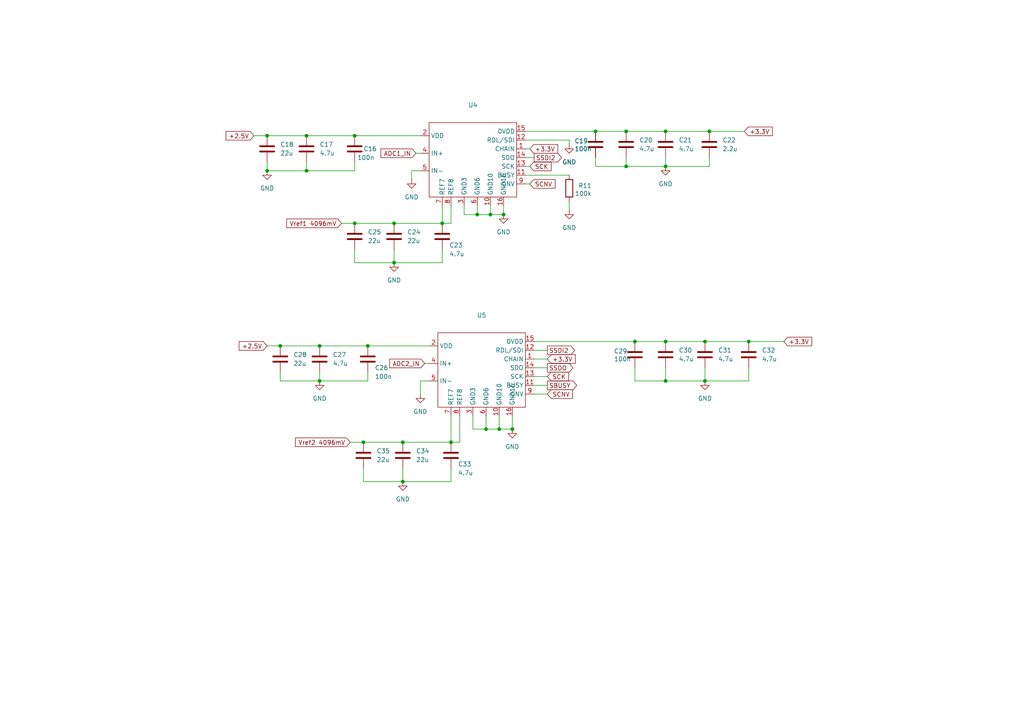
<source format=kicad_sch>
(kicad_sch (version 20250114) (generator "eeschema") (generator_version "9.0")
  (paper "A4")
  (lib_symbols
    (symbol "Device:C" (pin_numbers (hide yes)) (pin_names (offset 0.254))
      (property "Reference" "C" (at 0.635 2.54 0))
      (property "Value" "C" (at 0.635 -2.54 0))
      (symbol "C_0_1"
        (polyline (pts (xy -2.032 0.762) (xy 2.032 0.762)) (stroke (width 0.508)))
        (polyline (pts (xy -2.032 -0.762) (xy 2.032 -0.762)) (stroke (width 0.508)))
      )
      (symbol "C_1_1"
        (pin passive line (at 0 3.81 270) (length 2.794) (name "~") (number "1"))
        (pin passive line (at 0 -3.81 90) (length 2.794) (name "~") (number "2"))
      )
    )
    (symbol "Device:R" (pin_numbers (hide yes)) (pin_names (offset 0))
      (property "Reference" "R" (at 2.032 0 90))
      (property "Value" "R" (at 0 0 90))
      (symbol "R_0_1"
        (rectangle (start -1.016 -2.54) (end 1.016 2.54) (stroke (width 0.254)))
      )
      (symbol "R_1_1"
        (pin passive line (at 0 3.81 270) (length 1.27) (name "~") (number "1"))
        (pin passive line (at 0 -3.81 90) (length 1.27) (name "~") (number "2"))
      )
    )
    (symbol "LTC2368IMS-16rnd-new:LTC2368IMS-16rnd"
      (property "Reference" "U" (at 0 13.97 0))
      (symbol "LTC2368IMS-16rnd_0_1"
        (rectangle (start -12.7 12.7) (end 12.7 -8.89))
      )
      (symbol "LTC2368IMS-16rnd_1_1"
        (pin input line (at -15.24 8.89 0) (length 2.54) (name "VDD") (number "2"))
        (pin input line (at -15.24 3.81 0) (length 2.54) (name "IN+") (number "4"))
        (pin input line (at -15.24 -1.27 0) (length 2.54) (name "IN-") (number "5"))
        (pin input line (at -8.89 -11.43 90) (length 2.54) (name "REF7") (number "7"))
        (pin input line (at -6.35 -11.43 90) (length 2.54) (name "REF8") (number "8"))
        (pin passive line (at -2.54 -11.43 90) (length 2.54) (name "GND3") (number "3"))
        (pin passive line (at 1.27 -11.43 90) (length 2.54) (name "GND6") (number "6"))
        (pin passive line (at 5.08 -11.43 90) (length 2.54) (name "GND10") (number "10"))
        (pin passive line (at 8.89 -11.43 90) (length 2.54) (name "GND16") (number "16"))
        (pin input line (at 15.24 10.16 180) (length 2.54) (name "0VDD") (number "15"))
        (pin input line (at 15.24 7.62 180) (length 2.54) (name "RDL/SDI") (number "12"))
        (pin input line (at 15.24 5.08 180) (length 2.54) (name "CHAIN") (number "1"))
        (pin output line (at 15.24 2.54 180) (length 2.54) (name "SDO") (number "14"))
        (pin input line (at 15.24 0 180) (length 2.54) (name "SCK") (number "13"))
        (pin output line (at 15.24 -2.54 180) (length 2.54) (name "BUSY") (number "11"))
        (pin input line (at 15.24 -5.08 180) (length 2.54) (name "CNV") (number "9"))
      )
    )
    (symbol "power:GND" (power) (pin_numbers (hide yes)) (pin_names (offset 0) (hide yes))
      (property "Value" "GND" (at 0 -3.81 0))
      (symbol "GND_0_1"
        (polyline (pts (xy 0 0) (xy 0 -1.27) (xy 1.27 -1.27) (xy 0 -2.54) (xy -1.27 -1.27) (xy 0 -1.27)))
      )
      (symbol "GND_1_1"
        (pin power_in line (at 0 0 270) (length 0) (name "~") (number "1"))
      )
    )
  )
  (junction (at 148.59 124.46))
  (junction (at 193.04 110.49))
  (junction (at 130.81 128.27))
  (junction (at 140.97 124.46))
  (junction (at 114.3 64.77))
  (junction (at 116.84 128.27))
  (junction (at 102.87 64.77))
  (junction (at 77.47 39.37))
  (junction (at 106.68 100.33))
  (junction (at 144.78 124.46))
  (junction (at 88.9 49.53))
  (junction (at 205.74 38.1))
  (junction (at 92.71 100.33))
  (junction (at 204.47 99.06))
  (junction (at 88.9 39.37))
  (junction (at 204.47 110.49))
  (junction (at 181.61 38.1))
  (junction (at 114.3 76.2))
  (junction (at 116.84 139.7))
  (junction (at 77.47 49.53))
  (junction (at 81.28 100.33))
  (junction (at 138.43 62.23))
  (junction (at 172.72 38.1))
  (junction (at 193.04 38.1))
  (junction (at 142.24 62.23))
  (junction (at 193.04 99.06))
  (junction (at 184.15 99.06))
  (junction (at 128.27 64.77))
  (junction (at 193.04 48.26))
  (junction (at 181.61 48.26))
  (junction (at 217.17 99.06))
  (junction (at 146.05 62.23))
  (junction (at 92.71 110.49))
  (junction (at 105.41 128.27))
  (junction (at 102.87 39.37))
  (wire (pts (xy 102.87 39.37) (xy 121.92 39.37)))
  (wire (pts (xy 88.9 49.53) (xy 102.87 49.53)))
  (wire (pts (xy 181.61 38.1) (xy 193.04 38.1)))
  (wire (pts (xy 134.62 59.69) (xy 134.62 62.23)))
  (wire (pts (xy 114.3 64.77) (xy 128.27 64.77)))
  (wire (pts (xy 81.28 100.33) (xy 92.71 100.33)))
  (wire (pts (xy 154.94 106.68) (xy 158.75 106.68)))
  (wire (pts (xy 154.94 114.3) (xy 158.75 114.3)))
  (wire (pts (xy 193.04 110.49) (xy 204.47 110.49)))
  (wire (pts (xy 217.17 106.68) (xy 217.17 110.49)))
  (wire (pts (xy 184.15 106.68) (xy 184.15 110.49)))
  (wire (pts (xy 217.17 110.49) (xy 204.47 110.49)))
  (wire (pts (xy 142.24 62.23) (xy 146.05 62.23)))
  (wire (pts (xy 77.47 49.53) (xy 88.9 49.53)))
  (wire (pts (xy 128.27 72.39) (xy 128.27 76.2)))
  (wire (pts (xy 148.59 120.65) (xy 148.59 124.46)))
  (wire (pts (xy 146.05 59.69) (xy 146.05 62.23)))
  (wire (pts (xy 116.84 135.89) (xy 116.84 139.7)))
  (wire (pts (xy 184.15 110.49) (xy 193.04 110.49)))
  (wire (pts (xy 130.81 139.7) (xy 116.84 139.7)))
  (wire (pts (xy 152.4 38.1) (xy 172.72 38.1)))
  (wire (pts (xy 193.04 38.1) (xy 205.74 38.1)))
  (wire (pts (xy 172.72 38.1) (xy 181.61 38.1)))
  (wire (pts (xy 138.43 62.23) (xy 142.24 62.23)))
  (wire (pts (xy 205.74 45.72) (xy 205.74 48.26)))
  (wire (pts (xy 154.94 109.22) (xy 158.75 109.22)))
  (wire (pts (xy 137.16 124.46) (xy 140.97 124.46)))
  (wire (pts (xy 77.47 39.37) (xy 88.9 39.37)))
  (wire (pts (xy 154.94 99.06) (xy 184.15 99.06)))
  (wire (pts (xy 123.19 105.41) (xy 124.46 105.41)))
  (wire (pts (xy 181.61 45.72) (xy 181.61 48.26)))
  (wire (pts (xy 101.6 128.27) (xy 105.41 128.27)))
  (wire (pts (xy 193.04 99.06) (xy 204.47 99.06)))
  (wire (pts (xy 217.17 99.06) (xy 227.33 99.06)))
  (wire (pts (xy 142.24 59.69) (xy 142.24 62.23)))
  (wire (pts (xy 134.62 62.23) (xy 138.43 62.23)))
  (wire (pts (xy 133.35 128.27) (xy 130.81 128.27)))
  (wire (pts (xy 128.27 59.69) (xy 128.27 64.77)))
  (wire (pts (xy 88.9 46.99) (xy 88.9 49.53)))
  (wire (pts (xy 152.4 45.72) (xy 154.94 45.72)))
  (wire (pts (xy 204.47 106.68) (xy 204.47 110.49)))
  (wire (pts (xy 119.38 49.53) (xy 121.92 49.53)))
  (wire (pts (xy 73.66 39.37) (xy 77.47 39.37)))
  (wire (pts (xy 154.94 111.76) (xy 158.75 111.76)))
  (wire (pts (xy 116.84 128.27) (xy 130.81 128.27)))
  (wire (pts (xy 144.78 120.65) (xy 144.78 124.46)))
  (wire (pts (xy 105.41 135.89) (xy 105.41 139.7)))
  (wire (pts (xy 105.41 128.27) (xy 116.84 128.27)))
  (wire (pts (xy 181.61 48.26) (xy 193.04 48.26)))
  (wire (pts (xy 99.06 64.77) (xy 102.87 64.77)))
  (wire (pts (xy 193.04 48.26) (xy 205.74 48.26)))
  (wire (pts (xy 121.92 110.49) (xy 121.92 114.3)))
  (wire (pts (xy 77.47 100.33) (xy 81.28 100.33)))
  (wire (pts (xy 102.87 76.2) (xy 114.3 76.2)))
  (wire (pts (xy 102.87 72.39) (xy 102.87 76.2)))
  (wire (pts (xy 114.3 76.2) (xy 128.27 76.2)))
  (wire (pts (xy 130.81 135.89) (xy 130.81 139.7)))
  (wire (pts (xy 138.43 59.69) (xy 138.43 62.23)))
  (wire (pts (xy 165.1 40.64) (xy 165.1 41.91)))
  (wire (pts (xy 105.41 139.7) (xy 116.84 139.7)))
  (wire (pts (xy 184.15 99.06) (xy 193.04 99.06)))
  (wire (pts (xy 165.1 58.42) (xy 165.1 60.96)))
  (wire (pts (xy 81.28 110.49) (xy 92.71 110.49)))
  (wire (pts (xy 172.72 45.72) (xy 172.72 48.26)))
  (wire (pts (xy 140.97 124.46) (xy 144.78 124.46)))
  (wire (pts (xy 106.68 107.95) (xy 106.68 110.49)))
  (wire (pts (xy 77.47 46.99) (xy 77.47 49.53)))
  (wire (pts (xy 124.46 110.49) (xy 121.92 110.49)))
  (wire (pts (xy 102.87 46.99) (xy 102.87 49.53)))
  (wire (pts (xy 204.47 99.06) (xy 217.17 99.06)))
  (wire (pts (xy 88.9 39.37) (xy 102.87 39.37)))
  (wire (pts (xy 144.78 124.46) (xy 148.59 124.46)))
  (wire (pts (xy 130.81 120.65) (xy 130.81 128.27)))
  (wire (pts (xy 106.68 100.33) (xy 124.46 100.33)))
  (wire (pts (xy 152.4 43.18) (xy 153.67 43.18)))
  (wire (pts (xy 81.28 107.95) (xy 81.28 110.49)))
  (wire (pts (xy 205.74 38.1) (xy 215.9 38.1)))
  (wire (pts (xy 193.04 106.68) (xy 193.04 110.49)))
  (wire (pts (xy 152.4 40.64) (xy 165.1 40.64)))
  (wire (pts (xy 154.94 101.6) (xy 158.75 101.6)))
  (wire (pts (xy 154.94 104.14) (xy 158.75 104.14)))
  (wire (pts (xy 106.68 110.49) (xy 92.71 110.49)))
  (wire (pts (xy 140.97 120.65) (xy 140.97 124.46)))
  (wire (pts (xy 130.81 64.77) (xy 128.27 64.77)))
  (wire (pts (xy 102.87 64.77) (xy 114.3 64.77)))
  (wire (pts (xy 152.4 50.8) (xy 165.1 50.8)))
  (wire (pts (xy 193.04 45.72) (xy 193.04 48.26)))
  (wire (pts (xy 92.71 107.95) (xy 92.71 110.49)))
  (wire (pts (xy 133.35 120.65) (xy 133.35 128.27)))
  (wire (pts (xy 152.4 53.34) (xy 153.67 53.34)))
  (wire (pts (xy 119.38 52.07) (xy 119.38 49.53)))
  (wire (pts (xy 152.4 48.26) (xy 153.67 48.26)))
  (wire (pts (xy 120.65 44.45) (xy 121.92 44.45)))
  (wire (pts (xy 130.81 59.69) (xy 130.81 64.77)))
  (wire (pts (xy 137.16 120.65) (xy 137.16 124.46)))
  (wire (pts (xy 114.3 72.39) (xy 114.3 76.2)))
  (wire (pts (xy 172.72 48.26) (xy 181.61 48.26)))
  (wire (pts (xy 92.71 100.33) (xy 106.68 100.33)))
  (global_label "Vref2 4096mV" (shape input) (at 101.6 128.27 180) (property "Intersheetrefs" "${INTERSHEET_REFS}" (effects (hide yes))))
  (global_label "SSDI2" (shape output) (at 158.75 101.6 0) (property "Intersheetrefs" "${INTERSHEET_REFS}" (effects (hide yes))))
  (global_label "SCNV" (shape input) (at 158.75 114.3 0) (property "Intersheetrefs" "${INTERSHEET_REFS}" (effects (hide yes))))
  (global_label "SCK" (shape input) (at 153.67 48.26 0) (property "Intersheetrefs" "${INTERSHEET_REFS}" (effects (hide yes))))
  (global_label "ADC2_IN" (shape input) (at 123.19 105.41 180) (property "Intersheetrefs" "${INTERSHEET_REFS}" (effects (hide yes))))
  (global_label "SSDI2" (shape output) (at 154.94 45.72 0) (property "Intersheetrefs" "${INTERSHEET_REFS}" (effects (hide yes))))
  (global_label "ADC1_IN" (shape input) (at 120.65 44.45 180) (property "Intersheetrefs" "${INTERSHEET_REFS}" (effects (hide yes))))
  (global_label "SSDO" (shape output) (at 158.75 106.68 0) (property "Intersheetrefs" "${INTERSHEET_REFS}" (effects (hide yes))))
  (global_label "SBUSY" (shape output) (at 158.75 111.76 0) (property "Intersheetrefs" "${INTERSHEET_REFS}" (effects (hide yes))))
  (global_label "+3.3V" (shape input) (at 153.67 43.18 0) (property "Intersheetrefs" "${INTERSHEET_REFS}" (effects (hide yes))))
  (global_label "+2.5V" (shape input) (at 73.66 39.37 180) (property "Intersheetrefs" "${INTERSHEET_REFS}" (effects (hide yes))))
  (global_label "+2.5V" (shape input) (at 77.47 100.33 180) (property "Intersheetrefs" "${INTERSHEET_REFS}" (effects (hide yes))))
  (global_label "SCK" (shape input) (at 158.75 109.22 0) (property "Intersheetrefs" "${INTERSHEET_REFS}" (effects (hide yes))))
  (global_label "Vref1 4096mV" (shape input) (at 99.06 64.77 180) (property "Intersheetrefs" "${INTERSHEET_REFS}" (effects (hide yes))))
  (global_label "+3.3V" (shape input) (at 158.75 104.14 0) (property "Intersheetrefs" "${INTERSHEET_REFS}" (effects (hide yes))))
  (global_label "+3.3V" (shape input) (at 227.33 99.06 0) (property "Intersheetrefs" "${INTERSHEET_REFS}" (effects (hide yes))))
  (global_label "SCNV" (shape input) (at 153.67 53.34 0) (property "Intersheetrefs" "${INTERSHEET_REFS}" (effects (hide yes))))
  (global_label "+3.3V" (shape input) (at 215.9 38.1 0) (property "Intersheetrefs" "${INTERSHEET_REFS}" (effects (hide yes))))
  (symbol (lib_id "Device:C") (at 81.28 104.14 0) (unit 1)
    (property "Reference" "C28" (at 85.09 102.8699 0) (effects (justify left)))
    (property "Value" "22u" (at 85.09 105.4099 0) (effects (justify left)))
    (property "Footprint" "Capacitor_SMD:C_0805_2012Metric_Pad1.18x1.45mm_HandSolder" (effects (hide yes)))
    (property "Description" "Unpolarized capacitor" (effects (hide yes)))
  )
  (symbol (lib_id "power:GND") (at 77.47 49.53 0) (unit 1)
    (property "Reference" "#PWR18" (effects (hide yes)))
    (property "Value" "GND" (at 77.47 54.61 0))
    (property "Description" "Power symbol creates a global label with name \"GND\" , ground" (effects (hide yes)))
  )
  (symbol (lib_id "Device:C") (at 130.81 132.08 0) (unit 1)
    (property "Reference" "C33" (at 132.842 134.62 0) (effects (justify left)))
    (property "Value" "4.7u" (at 132.842 137.16 0) (effects (justify left)))
    (property "Footprint" "Capacitor_SMD:C_0603_1608Metric_Pad1.08x0.95mm_HandSolder" (effects (hide yes)))
    (property "Description" "Unpolarized capacitor" (effects (hide yes)))
  )
  (symbol (lib_id "power:GND") (at 121.92 114.3 0) (unit 1)
    (property "Reference" "#PWR28" (effects (hide yes)))
    (property "Value" "GND" (at 121.92 119.38 0))
    (property "Description" "Power symbol creates a global label with name \"GND\" , ground" (effects (hide yes)))
  )
  (symbol (lib_id "power:GND") (at 193.04 48.26 0) (unit 1)
    (property "Reference" "#PWR22" (effects (hide yes)))
    (property "Value" "GND" (at 193.04 53.34 0))
    (property "Description" "Power symbol creates a global label with name \"GND\" , ground" (effects (hide yes)))
  )
  (symbol (lib_id "power:GND") (at 92.71 110.49 0) (unit 1)
    (property "Reference" "#PWR24" (effects (hide yes)))
    (property "Value" "GND" (at 92.71 115.57 0))
    (property "Description" "Power symbol creates a global label with name \"GND\" , ground" (effects (hide yes)))
  )
  (symbol (lib_id "power:GND") (at 114.3 76.2 0) (unit 1)
    (property "Reference" "#PWR19" (effects (hide yes)))
    (property "Value" "GND" (at 114.3 81.28 0))
    (property "Description" "Power symbol creates a global label with name \"GND\" , ground" (effects (hide yes)))
  )
  (symbol (lib_id "LTC2368IMS-16rnd-new:LTC2368IMS-16rnd") (at 139.7 109.22 0) (unit 1)
    (property "Reference" "U5" (at 139.7 91.44 0))
    (property "Footprint" "LTC2368IMS-16:LTC2368IMS-16" (effects (hide yes)))
  )
  (symbol (lib_id "Device:C") (at 116.84 132.08 0) (unit 1)
    (property "Reference" "C34" (at 120.65 130.8099 0) (effects (justify left)))
    (property "Value" "22u" (at 120.65 133.3499 0) (effects (justify left)))
    (property "Footprint" "Capacitor_SMD:C_0805_2012Metric_Pad1.18x1.45mm_HandSolder" (effects (hide yes)))
    (property "Description" "Unpolarized capacitor" (effects (hide yes)))
  )
  (symbol (lib_id "Device:C") (at 193.04 41.91 0) (unit 1)
    (property "Reference" "C21" (at 196.85 40.6399 0) (effects (justify left)))
    (property "Value" "4.7u" (at 196.85 43.1799 0) (effects (justify left)))
    (property "Footprint" "Capacitor_SMD:C_0603_1608Metric_Pad1.08x0.95mm_HandSolder" (effects (hide yes)))
    (property "Description" "Unpolarized capacitor" (effects (hide yes)))
  )
  (symbol (lib_id "Device:C") (at 205.74 41.91 0) (unit 1)
    (property "Reference" "C22" (at 209.55 40.6399 0) (effects (justify left)))
    (property "Value" "2.2u" (at 209.55 43.1799 0) (effects (justify left)))
    (property "Footprint" "Capacitor_SMD:C_0603_1608Metric_Pad1.08x0.95mm_HandSolder" (effects (hide yes)))
    (property "Description" "Unpolarized capacitor" (effects (hide yes)))
  )
  (symbol (lib_id "Device:R") (at 165.1 54.61 0) (unit 1)
    (property "Reference" "R11" (at 169.672 53.848 0))
    (property "Value" "100k" (at 169.164 56.134 0))
    (property "Footprint" "Resistor_SMD:R_0603_1608Metric_Pad0.98x0.95mm_HandSolder" (effects (hide yes)))
    (property "Description" "Resistor" (effects (hide yes)))
  )
  (symbol (lib_id "power:GND") (at 116.84 139.7 0) (unit 1)
    (property "Reference" "#PWR25" (effects (hide yes)))
    (property "Value" "GND" (at 116.84 144.78 0))
    (property "Description" "Power symbol creates a global label with name \"GND\" , ground" (effects (hide yes)))
  )
  (symbol (lib_id "Device:C") (at 105.41 132.08 0) (unit 1)
    (property "Reference" "C35" (at 109.22 130.8099 0) (effects (justify left)))
    (property "Value" "22u" (at 109.22 133.3499 0) (effects (justify left)))
    (property "Footprint" "Capacitor_SMD:C_0805_2012Metric_Pad1.18x1.45mm_HandSolder" (effects (hide yes)))
    (property "Description" "Unpolarized capacitor" (effects (hide yes)))
  )
  (symbol (lib_id "Device:C") (at 102.87 43.18 0) (unit 1)
    (property "Reference" "C16" (at 105.41 43.18 0) (effects (justify left)))
    (property "Value" "100n" (at 103.632 45.72 0) (effects (justify left)))
    (property "Footprint" "Capacitor_SMD:C_0603_1608Metric_Pad1.08x0.95mm_HandSolder" (effects (hide yes)))
    (property "Description" "Unpolarized capacitor" (effects (hide yes)))
  )
  (symbol (lib_id "power:GND") (at 204.47 110.49 0) (unit 1)
    (property "Reference" "#PWR27" (effects (hide yes)))
    (property "Value" "GND" (at 204.47 115.57 0))
    (property "Description" "Power symbol creates a global label with name \"GND\" , ground" (effects (hide yes)))
  )
  (symbol (lib_id "power:GND") (at 148.59 124.46 0) (unit 1)
    (property "Reference" "#PWR26" (effects (hide yes)))
    (property "Value" "GND" (at 148.59 129.54 0))
    (property "Description" "Power symbol creates a global label with name \"GND\" , ground" (effects (hide yes)))
  )
  (symbol (lib_id "Device:C") (at 204.47 102.87 0) (unit 1)
    (property "Reference" "C31" (at 208.28 101.5999 0) (effects (justify left)))
    (property "Value" "4.7u" (at 208.28 104.1399 0) (effects (justify left)))
    (property "Footprint" "Capacitor_SMD:C_0603_1608Metric_Pad1.08x0.95mm_HandSolder" (effects (hide yes)))
    (property "Description" "Unpolarized capacitor" (effects (hide yes)))
  )
  (symbol (lib_id "LTC2368IMS-16rnd-new:LTC2368IMS-16rnd") (at 137.16 48.26 0) (unit 1)
    (property "Reference" "U4" (at 137.16 30.48 0))
    (property "Footprint" "LTC2368IMS-16:LTC2368IMS-16" (effects (hide yes)))
  )
  (symbol (lib_id "Device:C") (at 114.3 68.58 0) (unit 1)
    (property "Reference" "C24" (at 118.11 67.3099 0) (effects (justify left)))
    (property "Value" "22u" (at 118.11 69.8499 0) (effects (justify left)))
    (property "Footprint" "Capacitor_SMD:C_0805_2012Metric_Pad1.18x1.45mm_HandSolder" (effects (hide yes)))
    (property "Description" "Unpolarized capacitor" (effects (hide yes)))
  )
  (symbol (lib_id "power:GND") (at 165.1 41.91 0) (unit 1)
    (property "Reference" "#PWR23" (effects (hide yes)))
    (property "Value" "GND" (at 165.1 46.99 0))
    (property "Description" "Power symbol creates a global label with name \"GND\" , ground" (effects (hide yes)))
  )
  (symbol (lib_id "Device:C") (at 92.71 104.14 0) (unit 1)
    (property "Reference" "C27" (at 96.52 102.8699 0) (effects (justify left)))
    (property "Value" "4.7u" (at 96.52 105.4099 0) (effects (justify left)))
    (property "Footprint" "Capacitor_SMD:C_0603_1608Metric_Pad1.08x0.95mm_HandSolder" (effects (hide yes)))
    (property "Description" "Unpolarized capacitor" (effects (hide yes)))
  )
  (symbol (lib_id "Device:C") (at 193.04 102.87 0) (unit 1)
    (property "Reference" "C30" (at 196.85 101.5999 0) (effects (justify left)))
    (property "Value" "4.7u" (at 196.85 104.1399 0) (effects (justify left)))
    (property "Footprint" "Capacitor_SMD:C_0603_1608Metric_Pad1.08x0.95mm_HandSolder" (effects (hide yes)))
    (property "Description" "Unpolarized capacitor" (effects (hide yes)))
  )
  (symbol (lib_id "power:GND") (at 146.05 62.23 0) (unit 1)
    (property "Reference" "#PWR20" (effects (hide yes)))
    (property "Value" "GND" (at 146.05 67.31 0))
    (property "Description" "Power symbol creates a global label with name \"GND\" , ground" (effects (hide yes)))
  )
  (symbol (lib_id "Device:C") (at 106.68 104.14 0) (unit 1)
    (property "Reference" "C26" (at 108.712 106.68 0) (effects (justify left)))
    (property "Value" "100n" (at 108.712 109.22 0) (effects (justify left)))
    (property "Footprint" "Capacitor_SMD:C_0603_1608Metric_Pad1.08x0.95mm_HandSolder" (effects (hide yes)))
    (property "Description" "Unpolarized capacitor" (effects (hide yes)))
  )
  (symbol (lib_id "Device:C") (at 172.72 41.91 0) (unit 1)
    (property "Reference" "C19" (at 166.624 40.894 0) (effects (justify left)))
    (property "Value" "100n" (at 166.624 43.18 0) (effects (justify left)))
    (property "Footprint" "Capacitor_SMD:C_0603_1608Metric_Pad1.08x0.95mm_HandSolder" (effects (hide yes)))
    (property "Description" "Unpolarized capacitor" (effects (hide yes)))
  )
  (symbol (lib_id "power:GND") (at 165.1 60.96 0) (unit 1)
    (property "Reference" "#PWR21" (effects (hide yes)))
    (property "Value" "GND" (at 165.1 66.04 0))
    (property "Description" "Power symbol creates a global label with name \"GND\" , ground" (effects (hide yes)))
  )
  (symbol (lib_id "Device:C") (at 102.87 68.58 0) (unit 1)
    (property "Reference" "C25" (at 106.68 67.3099 0) (effects (justify left)))
    (property "Value" "22u" (at 106.68 69.8499 0) (effects (justify left)))
    (property "Footprint" "Capacitor_SMD:C_0805_2012Metric_Pad1.18x1.45mm_HandSolder" (effects (hide yes)))
    (property "Description" "Unpolarized capacitor" (effects (hide yes)))
  )
  (symbol (lib_id "Device:C") (at 88.9 43.18 0) (unit 1)
    (property "Reference" "C17" (at 92.71 41.9099 0) (effects (justify left)))
    (property "Value" "4.7u" (at 92.71 44.4499 0) (effects (justify left)))
    (property "Footprint" "Capacitor_SMD:C_0603_1608Metric_Pad1.08x0.95mm_HandSolder" (effects (hide yes)))
    (property "Description" "Unpolarized capacitor" (effects (hide yes)))
  )
  (symbol (lib_id "Device:C") (at 217.17 102.87 0) (unit 1)
    (property "Reference" "C32" (at 220.98 101.5999 0) (effects (justify left)))
    (property "Value" "4.7u" (at 220.98 104.1399 0) (effects (justify left)))
    (property "Footprint" "Capacitor_SMD:C_0603_1608Metric_Pad1.08x0.95mm_HandSolder" (effects (hide yes)))
    (property "Description" "Unpolarized capacitor" (effects (hide yes)))
  )
  (symbol (lib_id "power:GND") (at 119.38 52.07 0) (unit 1)
    (property "Reference" "#PWR29" (effects (hide yes)))
    (property "Value" "GND" (at 119.38 57.15 0))
    (property "Description" "Power symbol creates a global label with name \"GND\" , ground" (effects (hide yes)))
  )
  (symbol (lib_id "Device:C") (at 128.27 68.58 0) (unit 1)
    (property "Reference" "C23" (at 130.302 71.12 0) (effects (justify left)))
    (property "Value" "4.7u" (at 130.302 73.66 0) (effects (justify left)))
    (property "Footprint" "Capacitor_SMD:C_0603_1608Metric_Pad1.08x0.95mm_HandSolder" (effects (hide yes)))
    (property "Description" "Unpolarized capacitor" (effects (hide yes)))
  )
  (symbol (lib_id "Device:C") (at 181.61 41.91 0) (unit 1)
    (property "Reference" "C20" (at 185.42 40.6399 0) (effects (justify left)))
    (property "Value" "4.7u" (at 185.42 43.1799 0) (effects (justify left)))
    (property "Footprint" "Capacitor_SMD:C_0603_1608Metric_Pad1.08x0.95mm_HandSolder" (effects (hide yes)))
    (property "Description" "Unpolarized capacitor" (effects (hide yes)))
  )
  (symbol (lib_id "Device:C") (at 77.47 43.18 0) (unit 1)
    (property "Reference" "C18" (at 81.28 41.91 0) (effects (justify left)))
    (property "Value" "22u" (at 81.28 44.4499 0) (effects (justify left)))
    (property "Footprint" "Capacitor_SMD:C_0805_2012Metric_Pad1.18x1.45mm_HandSolder" (effects (hide yes)))
    (property "Description" "Unpolarized capacitor" (effects (hide yes)))
  )
  (symbol (lib_id "Device:C") (at 184.15 102.87 0) (unit 1)
    (property "Reference" "C29" (at 178.054 101.854 0) (effects (justify left)))
    (property "Value" "100n" (at 178.054 104.14 0) (effects (justify left)))
    (property "Footprint" "Capacitor_SMD:C_0603_1608Metric_Pad1.08x0.95mm_HandSolder" (effects (hide yes)))
    (property "Description" "Unpolarized capacitor" (effects (hide yes)))
  )
)
</source>
